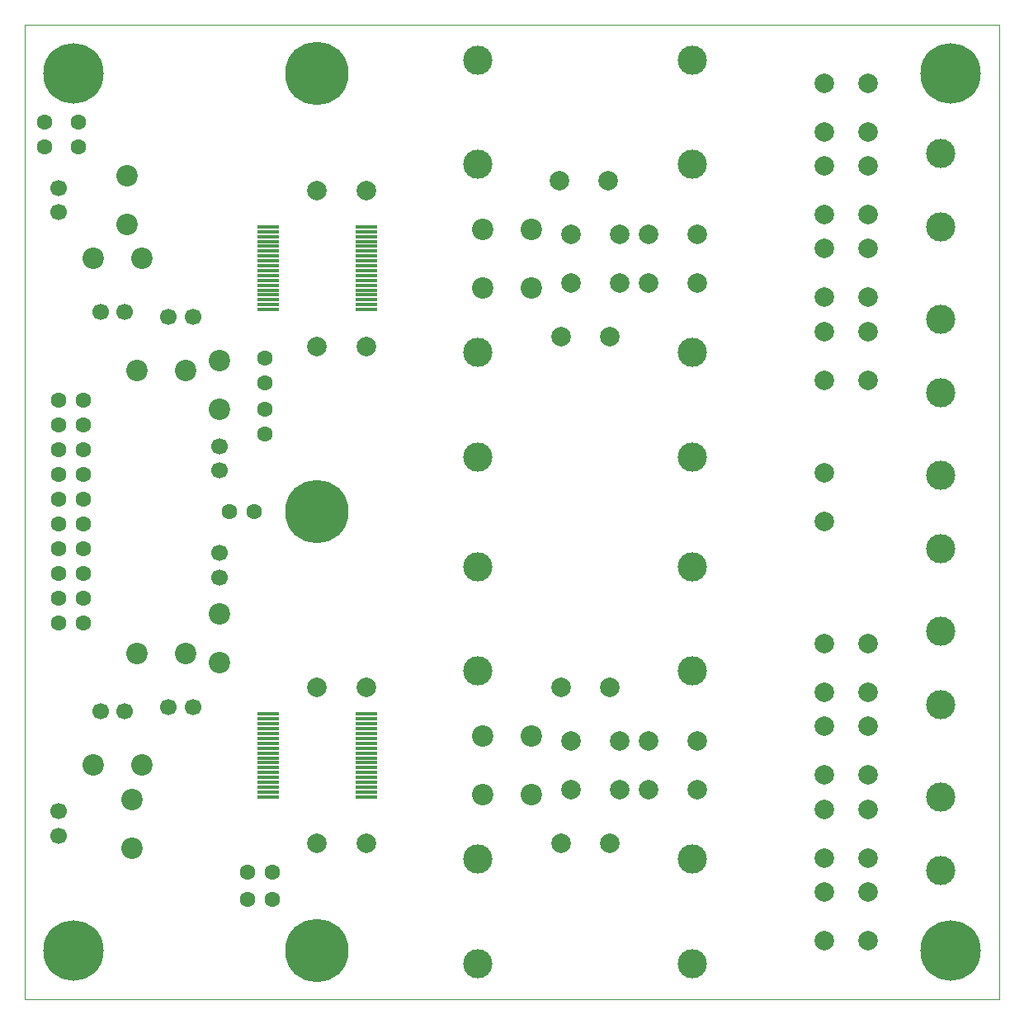
<source format=gbs>
G04 #@! TF.FileFunction,Soldermask,Bot*
%FSLAX46Y46*%
G04 Gerber Fmt 4.6, Leading zero omitted, Abs format (unit mm)*
G04 Created by KiCad (PCBNEW 4.0.5) date 02/14/17 11:50:05*
%MOMM*%
%LPD*%
G01*
G04 APERTURE LIST*
%ADD10C,0.150000*%
%ADD11C,0.100000*%
%ADD12C,1.700000*%
%ADD13C,2.200000*%
%ADD14C,3.000000*%
%ADD15C,1.600000*%
%ADD16C,6.200000*%
%ADD17C,2.000000*%
%ADD18C,6.500000*%
%ADD19R,2.200000X0.340000*%
G04 APERTURE END LIST*
D10*
D11*
X0Y100000000D02*
X100000000Y100000000D01*
X15000000Y0D02*
X0Y0D01*
X100000000Y0D02*
X15000000Y0D01*
X100000000Y100000000D02*
X100000000Y0D01*
X0Y0D02*
X0Y100000000D01*
D12*
X3500000Y16750000D03*
X3500000Y19250000D03*
D13*
X11000000Y15500000D03*
X11000000Y20500000D03*
X12000000Y24000000D03*
X7000000Y24000000D03*
D12*
X10250000Y29500000D03*
X7750000Y29500000D03*
X17250000Y30000000D03*
X14750000Y30000000D03*
D13*
X16500000Y35500000D03*
X11500000Y35500000D03*
X20000000Y39500000D03*
X20000000Y34500000D03*
D12*
X20000000Y43250000D03*
X20000000Y45750000D03*
X20000000Y56750000D03*
X20000000Y54250000D03*
D13*
X20000000Y65500000D03*
X20000000Y60500000D03*
X16500000Y64500000D03*
X11500000Y64500000D03*
D12*
X17250000Y70000000D03*
X14750000Y70000000D03*
X10250000Y70500000D03*
X7750000Y70500000D03*
D13*
X12000000Y76000000D03*
X7000000Y76000000D03*
X10500000Y84500000D03*
X10500000Y79500000D03*
D12*
X3500000Y83250000D03*
X3500000Y80750000D03*
D13*
X47000000Y21000000D03*
X52000000Y21000000D03*
X47000000Y27000000D03*
X52000000Y27000000D03*
D14*
X46500000Y14350000D03*
X46500000Y3650000D03*
X68500000Y14350000D03*
X68500000Y3650000D03*
X68500000Y33650000D03*
X68500000Y44350000D03*
X46500000Y33650000D03*
X46500000Y44350000D03*
X46500000Y66350000D03*
X46500000Y55650000D03*
X68500000Y66350000D03*
X68500000Y55650000D03*
X68500000Y85650000D03*
X68500000Y96350000D03*
X46500000Y85650000D03*
X46500000Y96350000D03*
X94000000Y46230000D03*
X94000000Y53770000D03*
D15*
X6020000Y38570000D03*
X3480000Y38570000D03*
X6020000Y41110000D03*
X3480000Y41110000D03*
X6020000Y43650000D03*
X3480000Y43650000D03*
X6020000Y46190000D03*
X3480000Y46190000D03*
X6020000Y48730000D03*
X3480000Y48730000D03*
X6020000Y51270000D03*
X3480000Y51270000D03*
X6020000Y53810000D03*
X3480000Y53810000D03*
X6020000Y56350000D03*
X3480000Y56350000D03*
X6020000Y58890000D03*
X3480000Y58890000D03*
X6020000Y61430000D03*
X3480000Y61430000D03*
D14*
X94000000Y13230000D03*
X94000000Y20770000D03*
X94000000Y30230000D03*
X94000000Y37770000D03*
D15*
X21000000Y50000000D03*
X23540000Y50000000D03*
D14*
X94000000Y62230000D03*
X94000000Y69770000D03*
X94000000Y79230000D03*
X94000000Y86770000D03*
D16*
X5000000Y5000000D03*
X95000000Y5000000D03*
X95000000Y95000000D03*
X5000000Y95000000D03*
D13*
X47000000Y73000000D03*
X52000000Y73000000D03*
X47000000Y79000000D03*
X52000000Y79000000D03*
D17*
X30000000Y67000000D03*
X35000000Y67000000D03*
X30000000Y83000000D03*
X35000000Y83000000D03*
X30000000Y32000000D03*
X35000000Y32000000D03*
X30000000Y16000000D03*
X35000000Y16000000D03*
X82000000Y14500000D03*
X82000000Y19500000D03*
X86500000Y14500000D03*
X86500000Y19500000D03*
X55000000Y16000000D03*
X60000000Y16000000D03*
X56000000Y21500000D03*
X61000000Y21500000D03*
X86500000Y6000000D03*
X86500000Y11000000D03*
X82000000Y11000000D03*
X82000000Y6000000D03*
X82000000Y31500000D03*
X82000000Y36500000D03*
X60000000Y32000000D03*
X55000000Y32000000D03*
X61000000Y26500000D03*
X56000000Y26500000D03*
X86500000Y31500000D03*
X86500000Y36500000D03*
X86500000Y23000000D03*
X86500000Y28000000D03*
X82000000Y28000000D03*
X82000000Y23000000D03*
X82000000Y72000000D03*
X82000000Y77000000D03*
X86500000Y72000000D03*
X86500000Y77000000D03*
X55000000Y68000000D03*
X60000000Y68000000D03*
X56000000Y73500000D03*
X61000000Y73500000D03*
X86500000Y63500000D03*
X86500000Y68500000D03*
X82000000Y68500000D03*
X82000000Y63500000D03*
X82000000Y89000000D03*
X82000000Y94000000D03*
X64000000Y78500000D03*
X69000000Y78500000D03*
X59879668Y83970438D03*
X54879668Y83970438D03*
X86500000Y89000000D03*
X86500000Y94000000D03*
X86500000Y80500000D03*
X86500000Y85500000D03*
X82000000Y85500000D03*
X82000000Y80500000D03*
X69000000Y21500000D03*
X64000000Y21500000D03*
X64000000Y26500000D03*
X69000000Y26500000D03*
X69000000Y73500000D03*
X64000000Y73500000D03*
X61000000Y78500000D03*
X56000000Y78500000D03*
D15*
X5500000Y87460000D03*
X5500000Y90000000D03*
X2000000Y87460000D03*
X2000000Y90000000D03*
D17*
X82000000Y49000000D03*
X82000000Y54000000D03*
D18*
X30000000Y50000000D03*
X30000000Y5000000D03*
X30000000Y95000000D03*
D19*
X25000000Y70750000D03*
X35000000Y70750000D03*
X25000000Y71250000D03*
X35000000Y71250000D03*
X25000000Y71750000D03*
X35000000Y71750000D03*
X25000000Y72250000D03*
X35000000Y72250000D03*
X25000000Y72750000D03*
X35000000Y72750000D03*
X25000000Y73250000D03*
X35000000Y73250000D03*
X25000000Y73750000D03*
X35000000Y73750000D03*
X25000000Y74250000D03*
X35000000Y74250000D03*
X25000000Y74750000D03*
X35000000Y74750000D03*
X25000000Y75250000D03*
X35000000Y75250000D03*
X25000000Y75750000D03*
X35000000Y75750000D03*
X25000000Y76250000D03*
X35000000Y76250000D03*
X25000000Y76750000D03*
X35000000Y76750000D03*
X25000000Y77250000D03*
X35000000Y77250000D03*
X25000000Y77750000D03*
X35000000Y77750000D03*
X25000000Y78250000D03*
X35000000Y78250000D03*
X25000000Y78750000D03*
X35000000Y78750000D03*
X25000000Y79250000D03*
X35000000Y79250000D03*
X25000000Y20750000D03*
X35000000Y20750000D03*
X25000000Y21250000D03*
X35000000Y21250000D03*
X25000000Y21750000D03*
X35000000Y21750000D03*
X25000000Y22250000D03*
X35000000Y22250000D03*
X25000000Y22750000D03*
X35000000Y22750000D03*
X25000000Y23250000D03*
X35000000Y23250000D03*
X25000000Y23750000D03*
X35000000Y23750000D03*
X25000000Y24250000D03*
X35000000Y24250000D03*
X25000000Y24750000D03*
X35000000Y24750000D03*
X25000000Y25250000D03*
X35000000Y25250000D03*
X25000000Y25750000D03*
X35000000Y25750000D03*
X25000000Y26250000D03*
X35000000Y26250000D03*
X25000000Y26750000D03*
X35000000Y26750000D03*
X25000000Y27250000D03*
X35000000Y27250000D03*
X25000000Y27750000D03*
X35000000Y27750000D03*
X25000000Y28250000D03*
X35000000Y28250000D03*
X25000000Y28750000D03*
X35000000Y28750000D03*
X25000000Y29250000D03*
X35000000Y29250000D03*
D15*
X22860000Y13000000D03*
X25400000Y13000000D03*
X22860000Y10200000D03*
X25400000Y10200000D03*
X24600000Y63200000D03*
X24600000Y65740000D03*
X24600000Y58000000D03*
X24600000Y60540000D03*
M02*

</source>
